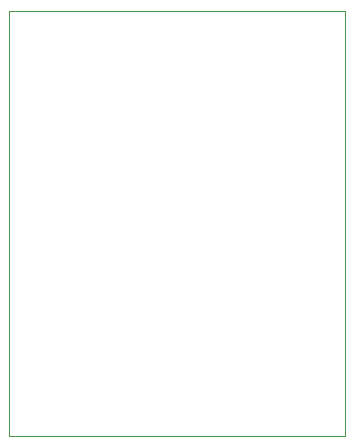
<source format=gbr>
%TF.GenerationSoftware,KiCad,Pcbnew,9.0.6*%
%TF.CreationDate,2025-12-23T21:48:00+05:30*%
%TF.ProjectId,CLASS D AMPLIFIER,434c4153-5320-4442-9041-4d504c494649,rev?*%
%TF.SameCoordinates,Original*%
%TF.FileFunction,Profile,NP*%
%FSLAX46Y46*%
G04 Gerber Fmt 4.6, Leading zero omitted, Abs format (unit mm)*
G04 Created by KiCad (PCBNEW 9.0.6) date 2025-12-23 21:48:00*
%MOMM*%
%LPD*%
G01*
G04 APERTURE LIST*
%TA.AperFunction,Profile*%
%ADD10C,0.050000*%
%TD*%
G04 APERTURE END LIST*
D10*
X100000000Y-50000000D02*
X128500000Y-50000000D01*
X128500000Y-86000000D01*
X100000000Y-86000000D01*
X100000000Y-50000000D01*
M02*

</source>
